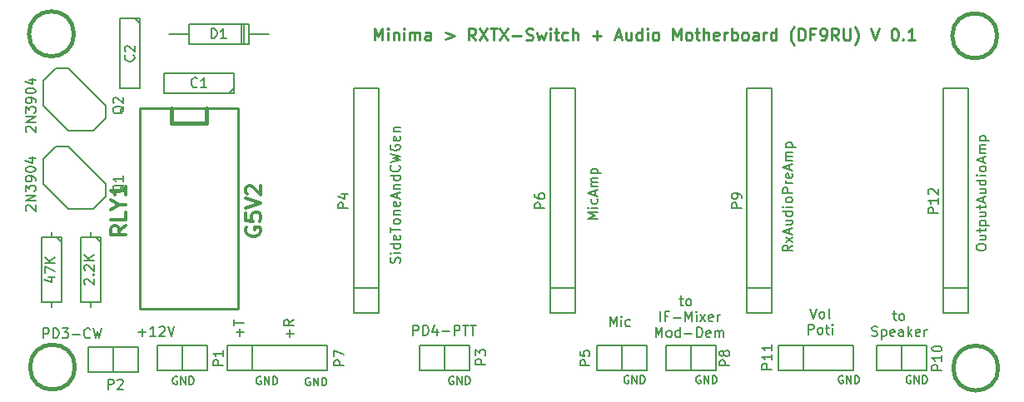
<source format=gto>
G04 #@! TF.FileFunction,Legend,Top*
%FSLAX45Y45*%
G04 Gerber Fmt 4.5, Leading zero omitted, Abs format (unit mm)*
G04 Created by KiCad (PCBNEW (2015-01-25 BZR 5388)-product) date Mo 03 Aug 2015 14:20:38 CEST*
%MOMM*%
G01*
G04 APERTURE LIST*
%ADD10C,0.150000*%
%ADD11C,0.200000*%
%ADD12C,0.250000*%
%ADD13C,0.381000*%
%ADD14C,0.248920*%
%ADD15C,0.304800*%
G04 APERTURE END LIST*
D10*
D11*
X21805238Y-8079524D02*
X21805238Y-8060476D01*
X21810000Y-8050952D01*
X21819524Y-8041429D01*
X21838571Y-8036667D01*
X21871905Y-8036667D01*
X21890952Y-8041429D01*
X21900476Y-8050952D01*
X21905238Y-8060476D01*
X21905238Y-8079524D01*
X21900476Y-8089048D01*
X21890952Y-8098571D01*
X21871905Y-8103333D01*
X21838571Y-8103333D01*
X21819524Y-8098571D01*
X21810000Y-8089048D01*
X21805238Y-8079524D01*
X21838571Y-7950952D02*
X21905238Y-7950952D01*
X21838571Y-7993810D02*
X21890952Y-7993810D01*
X21900476Y-7989048D01*
X21905238Y-7979524D01*
X21905238Y-7965238D01*
X21900476Y-7955714D01*
X21895714Y-7950952D01*
X21838571Y-7917619D02*
X21838571Y-7879524D01*
X21805238Y-7903333D02*
X21890952Y-7903333D01*
X21900476Y-7898571D01*
X21905238Y-7889048D01*
X21905238Y-7879524D01*
X21838571Y-7846190D02*
X21938571Y-7846190D01*
X21843333Y-7846190D02*
X21838571Y-7836667D01*
X21838571Y-7817619D01*
X21843333Y-7808095D01*
X21848095Y-7803333D01*
X21857619Y-7798571D01*
X21886191Y-7798571D01*
X21895714Y-7803333D01*
X21900476Y-7808095D01*
X21905238Y-7817619D01*
X21905238Y-7836667D01*
X21900476Y-7846190D01*
X21838571Y-7712857D02*
X21905238Y-7712857D01*
X21838571Y-7755714D02*
X21890952Y-7755714D01*
X21900476Y-7750952D01*
X21905238Y-7741429D01*
X21905238Y-7727143D01*
X21900476Y-7717619D01*
X21895714Y-7712857D01*
X21838571Y-7679524D02*
X21838571Y-7641429D01*
X21805238Y-7665238D02*
X21890952Y-7665238D01*
X21900476Y-7660476D01*
X21905238Y-7650952D01*
X21905238Y-7641429D01*
X21876667Y-7612857D02*
X21876667Y-7565238D01*
X21905238Y-7622381D02*
X21805238Y-7589048D01*
X21905238Y-7555714D01*
X21838571Y-7479524D02*
X21905238Y-7479524D01*
X21838571Y-7522381D02*
X21890952Y-7522381D01*
X21900476Y-7517619D01*
X21905238Y-7508095D01*
X21905238Y-7493809D01*
X21900476Y-7484286D01*
X21895714Y-7479524D01*
X21905238Y-7389047D02*
X21805238Y-7389047D01*
X21900476Y-7389047D02*
X21905238Y-7398571D01*
X21905238Y-7417619D01*
X21900476Y-7427143D01*
X21895714Y-7431905D01*
X21886191Y-7436667D01*
X21857619Y-7436667D01*
X21848095Y-7431905D01*
X21843333Y-7427143D01*
X21838571Y-7417619D01*
X21838571Y-7398571D01*
X21843333Y-7389047D01*
X21905238Y-7341428D02*
X21838571Y-7341428D01*
X21805238Y-7341428D02*
X21810000Y-7346190D01*
X21814762Y-7341428D01*
X21810000Y-7336667D01*
X21805238Y-7341428D01*
X21814762Y-7341428D01*
X21905238Y-7279524D02*
X21900476Y-7289048D01*
X21895714Y-7293809D01*
X21886191Y-7298571D01*
X21857619Y-7298571D01*
X21848095Y-7293809D01*
X21843333Y-7289048D01*
X21838571Y-7279524D01*
X21838571Y-7265238D01*
X21843333Y-7255714D01*
X21848095Y-7250952D01*
X21857619Y-7246190D01*
X21886191Y-7246190D01*
X21895714Y-7250952D01*
X21900476Y-7255714D01*
X21905238Y-7265238D01*
X21905238Y-7279524D01*
X21876667Y-7208095D02*
X21876667Y-7160476D01*
X21905238Y-7217619D02*
X21805238Y-7184286D01*
X21905238Y-7150952D01*
X21905238Y-7117619D02*
X21838571Y-7117619D01*
X21848095Y-7117619D02*
X21843333Y-7112857D01*
X21838571Y-7103333D01*
X21838571Y-7089047D01*
X21843333Y-7079524D01*
X21852857Y-7074762D01*
X21905238Y-7074762D01*
X21852857Y-7074762D02*
X21843333Y-7070000D01*
X21838571Y-7060476D01*
X21838571Y-7046190D01*
X21843333Y-7036667D01*
X21852857Y-7031905D01*
X21905238Y-7031905D01*
X21838571Y-6984286D02*
X21938571Y-6984286D01*
X21843333Y-6984286D02*
X21838571Y-6974762D01*
X21838571Y-6955714D01*
X21843333Y-6946190D01*
X21848095Y-6941428D01*
X21857619Y-6936667D01*
X21886191Y-6936667D01*
X21895714Y-6941428D01*
X21900476Y-6946190D01*
X21905238Y-6955714D01*
X21905238Y-6974762D01*
X21900476Y-6984286D01*
X19935238Y-8050476D02*
X19887619Y-8083810D01*
X19935238Y-8107619D02*
X19835238Y-8107619D01*
X19835238Y-8069524D01*
X19840000Y-8060000D01*
X19844762Y-8055238D01*
X19854286Y-8050476D01*
X19868571Y-8050476D01*
X19878095Y-8055238D01*
X19882857Y-8060000D01*
X19887619Y-8069524D01*
X19887619Y-8107619D01*
X19935238Y-8017143D02*
X19868571Y-7964762D01*
X19868571Y-8017143D02*
X19935238Y-7964762D01*
X19906667Y-7931429D02*
X19906667Y-7883809D01*
X19935238Y-7940952D02*
X19835238Y-7907619D01*
X19935238Y-7874286D01*
X19868571Y-7798095D02*
X19935238Y-7798095D01*
X19868571Y-7840952D02*
X19920952Y-7840952D01*
X19930476Y-7836190D01*
X19935238Y-7826667D01*
X19935238Y-7812381D01*
X19930476Y-7802857D01*
X19925714Y-7798095D01*
X19935238Y-7707619D02*
X19835238Y-7707619D01*
X19930476Y-7707619D02*
X19935238Y-7717143D01*
X19935238Y-7736190D01*
X19930476Y-7745714D01*
X19925714Y-7750476D01*
X19916191Y-7755238D01*
X19887619Y-7755238D01*
X19878095Y-7750476D01*
X19873333Y-7745714D01*
X19868571Y-7736190D01*
X19868571Y-7717143D01*
X19873333Y-7707619D01*
X19935238Y-7660000D02*
X19868571Y-7660000D01*
X19835238Y-7660000D02*
X19840000Y-7664762D01*
X19844762Y-7660000D01*
X19840000Y-7655238D01*
X19835238Y-7660000D01*
X19844762Y-7660000D01*
X19935238Y-7598095D02*
X19930476Y-7607619D01*
X19925714Y-7612381D01*
X19916191Y-7617143D01*
X19887619Y-7617143D01*
X19878095Y-7612381D01*
X19873333Y-7607619D01*
X19868571Y-7598095D01*
X19868571Y-7583809D01*
X19873333Y-7574286D01*
X19878095Y-7569524D01*
X19887619Y-7564762D01*
X19916191Y-7564762D01*
X19925714Y-7569524D01*
X19930476Y-7574286D01*
X19935238Y-7583809D01*
X19935238Y-7598095D01*
X19935238Y-7521905D02*
X19835238Y-7521905D01*
X19835238Y-7483809D01*
X19840000Y-7474286D01*
X19844762Y-7469524D01*
X19854286Y-7464762D01*
X19868571Y-7464762D01*
X19878095Y-7469524D01*
X19882857Y-7474286D01*
X19887619Y-7483809D01*
X19887619Y-7521905D01*
X19935238Y-7421905D02*
X19868571Y-7421905D01*
X19887619Y-7421905D02*
X19878095Y-7417143D01*
X19873333Y-7412381D01*
X19868571Y-7402857D01*
X19868571Y-7393333D01*
X19930476Y-7321905D02*
X19935238Y-7331428D01*
X19935238Y-7350476D01*
X19930476Y-7360000D01*
X19920952Y-7364762D01*
X19882857Y-7364762D01*
X19873333Y-7360000D01*
X19868571Y-7350476D01*
X19868571Y-7331428D01*
X19873333Y-7321905D01*
X19882857Y-7317143D01*
X19892381Y-7317143D01*
X19901905Y-7364762D01*
X19906667Y-7279048D02*
X19906667Y-7231428D01*
X19935238Y-7288571D02*
X19835238Y-7255238D01*
X19935238Y-7221905D01*
X19935238Y-7188571D02*
X19868571Y-7188571D01*
X19878095Y-7188571D02*
X19873333Y-7183809D01*
X19868571Y-7174286D01*
X19868571Y-7160000D01*
X19873333Y-7150476D01*
X19882857Y-7145714D01*
X19935238Y-7145714D01*
X19882857Y-7145714D02*
X19873333Y-7140952D01*
X19868571Y-7131428D01*
X19868571Y-7117143D01*
X19873333Y-7107619D01*
X19882857Y-7102857D01*
X19935238Y-7102857D01*
X19868571Y-7055238D02*
X19968571Y-7055238D01*
X19873333Y-7055238D02*
X19868571Y-7045714D01*
X19868571Y-7026667D01*
X19873333Y-7017143D01*
X19878095Y-7012381D01*
X19887619Y-7007619D01*
X19916191Y-7007619D01*
X19925714Y-7012381D01*
X19930476Y-7017143D01*
X19935238Y-7026667D01*
X19935238Y-7045714D01*
X19930476Y-7055238D01*
X17955238Y-7784762D02*
X17855238Y-7784762D01*
X17926667Y-7751428D01*
X17855238Y-7718095D01*
X17955238Y-7718095D01*
X17955238Y-7670476D02*
X17888571Y-7670476D01*
X17855238Y-7670476D02*
X17860000Y-7675238D01*
X17864762Y-7670476D01*
X17860000Y-7665714D01*
X17855238Y-7670476D01*
X17864762Y-7670476D01*
X17950476Y-7580000D02*
X17955238Y-7589524D01*
X17955238Y-7608571D01*
X17950476Y-7618095D01*
X17945714Y-7622857D01*
X17936191Y-7627619D01*
X17907619Y-7627619D01*
X17898095Y-7622857D01*
X17893333Y-7618095D01*
X17888571Y-7608571D01*
X17888571Y-7589524D01*
X17893333Y-7580000D01*
X17926667Y-7541905D02*
X17926667Y-7494286D01*
X17955238Y-7551429D02*
X17855238Y-7518095D01*
X17955238Y-7484762D01*
X17955238Y-7451429D02*
X17888571Y-7451429D01*
X17898095Y-7451429D02*
X17893333Y-7446667D01*
X17888571Y-7437143D01*
X17888571Y-7422857D01*
X17893333Y-7413333D01*
X17902857Y-7408571D01*
X17955238Y-7408571D01*
X17902857Y-7408571D02*
X17893333Y-7403809D01*
X17888571Y-7394286D01*
X17888571Y-7380000D01*
X17893333Y-7370476D01*
X17902857Y-7365714D01*
X17955238Y-7365714D01*
X17888571Y-7318095D02*
X17988571Y-7318095D01*
X17893333Y-7318095D02*
X17888571Y-7308571D01*
X17888571Y-7289524D01*
X17893333Y-7280000D01*
X17898095Y-7275238D01*
X17907619Y-7270476D01*
X17936191Y-7270476D01*
X17945714Y-7275238D01*
X17950476Y-7280000D01*
X17955238Y-7289524D01*
X17955238Y-7308571D01*
X17950476Y-7318095D01*
X15940476Y-8230476D02*
X15945238Y-8216190D01*
X15945238Y-8192381D01*
X15940476Y-8182857D01*
X15935714Y-8178095D01*
X15926190Y-8173333D01*
X15916667Y-8173333D01*
X15907143Y-8178095D01*
X15902381Y-8182857D01*
X15897619Y-8192381D01*
X15892857Y-8211429D01*
X15888095Y-8220952D01*
X15883333Y-8225714D01*
X15873809Y-8230476D01*
X15864286Y-8230476D01*
X15854762Y-8225714D01*
X15850000Y-8220952D01*
X15845238Y-8211429D01*
X15845238Y-8187619D01*
X15850000Y-8173333D01*
X15945238Y-8130476D02*
X15878571Y-8130476D01*
X15845238Y-8130476D02*
X15850000Y-8135238D01*
X15854762Y-8130476D01*
X15850000Y-8125714D01*
X15845238Y-8130476D01*
X15854762Y-8130476D01*
X15945238Y-8040000D02*
X15845238Y-8040000D01*
X15940476Y-8040000D02*
X15945238Y-8049524D01*
X15945238Y-8068571D01*
X15940476Y-8078095D01*
X15935714Y-8082857D01*
X15926190Y-8087619D01*
X15897619Y-8087619D01*
X15888095Y-8082857D01*
X15883333Y-8078095D01*
X15878571Y-8068571D01*
X15878571Y-8049524D01*
X15883333Y-8040000D01*
X15940476Y-7954286D02*
X15945238Y-7963809D01*
X15945238Y-7982857D01*
X15940476Y-7992381D01*
X15930952Y-7997143D01*
X15892857Y-7997143D01*
X15883333Y-7992381D01*
X15878571Y-7982857D01*
X15878571Y-7963809D01*
X15883333Y-7954286D01*
X15892857Y-7949524D01*
X15902381Y-7949524D01*
X15911905Y-7997143D01*
X15845238Y-7920952D02*
X15845238Y-7863809D01*
X15945238Y-7892381D02*
X15845238Y-7892381D01*
X15945238Y-7816190D02*
X15940476Y-7825714D01*
X15935714Y-7830476D01*
X15926190Y-7835238D01*
X15897619Y-7835238D01*
X15888095Y-7830476D01*
X15883333Y-7825714D01*
X15878571Y-7816190D01*
X15878571Y-7801905D01*
X15883333Y-7792381D01*
X15888095Y-7787619D01*
X15897619Y-7782857D01*
X15926190Y-7782857D01*
X15935714Y-7787619D01*
X15940476Y-7792381D01*
X15945238Y-7801905D01*
X15945238Y-7816190D01*
X15878571Y-7740000D02*
X15945238Y-7740000D01*
X15888095Y-7740000D02*
X15883333Y-7735238D01*
X15878571Y-7725714D01*
X15878571Y-7711428D01*
X15883333Y-7701905D01*
X15892857Y-7697143D01*
X15945238Y-7697143D01*
X15940476Y-7611428D02*
X15945238Y-7620952D01*
X15945238Y-7640000D01*
X15940476Y-7649524D01*
X15930952Y-7654286D01*
X15892857Y-7654286D01*
X15883333Y-7649524D01*
X15878571Y-7640000D01*
X15878571Y-7620952D01*
X15883333Y-7611428D01*
X15892857Y-7606667D01*
X15902381Y-7606667D01*
X15911905Y-7654286D01*
X15916667Y-7568571D02*
X15916667Y-7520952D01*
X15945238Y-7578095D02*
X15845238Y-7544762D01*
X15945238Y-7511428D01*
X15878571Y-7478095D02*
X15945238Y-7478095D01*
X15888095Y-7478095D02*
X15883333Y-7473333D01*
X15878571Y-7463809D01*
X15878571Y-7449524D01*
X15883333Y-7440000D01*
X15892857Y-7435238D01*
X15945238Y-7435238D01*
X15945238Y-7344762D02*
X15845238Y-7344762D01*
X15940476Y-7344762D02*
X15945238Y-7354286D01*
X15945238Y-7373333D01*
X15940476Y-7382857D01*
X15935714Y-7387619D01*
X15926190Y-7392381D01*
X15897619Y-7392381D01*
X15888095Y-7387619D01*
X15883333Y-7382857D01*
X15878571Y-7373333D01*
X15878571Y-7354286D01*
X15883333Y-7344762D01*
X15935714Y-7240000D02*
X15940476Y-7244762D01*
X15945238Y-7259047D01*
X15945238Y-7268571D01*
X15940476Y-7282857D01*
X15930952Y-7292381D01*
X15921429Y-7297143D01*
X15902381Y-7301905D01*
X15888095Y-7301905D01*
X15869048Y-7297143D01*
X15859524Y-7292381D01*
X15850000Y-7282857D01*
X15845238Y-7268571D01*
X15845238Y-7259047D01*
X15850000Y-7244762D01*
X15854762Y-7240000D01*
X15845238Y-7206667D02*
X15945238Y-7182857D01*
X15873809Y-7163809D01*
X15945238Y-7144762D01*
X15845238Y-7120952D01*
X15850000Y-7030476D02*
X15845238Y-7040000D01*
X15845238Y-7054286D01*
X15850000Y-7068571D01*
X15859524Y-7078095D01*
X15869048Y-7082857D01*
X15888095Y-7087619D01*
X15902381Y-7087619D01*
X15921429Y-7082857D01*
X15930952Y-7078095D01*
X15940476Y-7068571D01*
X15945238Y-7054286D01*
X15945238Y-7044762D01*
X15940476Y-7030476D01*
X15935714Y-7025714D01*
X15902381Y-7025714D01*
X15902381Y-7044762D01*
X15940476Y-6944762D02*
X15945238Y-6954286D01*
X15945238Y-6973333D01*
X15940476Y-6982857D01*
X15930952Y-6987619D01*
X15892857Y-6987619D01*
X15883333Y-6982857D01*
X15878571Y-6973333D01*
X15878571Y-6954286D01*
X15883333Y-6944762D01*
X15892857Y-6940000D01*
X15902381Y-6940000D01*
X15911905Y-6987619D01*
X15878571Y-6897143D02*
X15945238Y-6897143D01*
X15888095Y-6897143D02*
X15883333Y-6892381D01*
X15878571Y-6882857D01*
X15878571Y-6868571D01*
X15883333Y-6859047D01*
X15892857Y-6854286D01*
X15945238Y-6854286D01*
D12*
X15684286Y-5964286D02*
X15684286Y-5844286D01*
X15724286Y-5930000D01*
X15764286Y-5844286D01*
X15764286Y-5964286D01*
X15821429Y-5964286D02*
X15821429Y-5884286D01*
X15821429Y-5844286D02*
X15815714Y-5850000D01*
X15821429Y-5855714D01*
X15827143Y-5850000D01*
X15821429Y-5844286D01*
X15821429Y-5855714D01*
X15878572Y-5884286D02*
X15878572Y-5964286D01*
X15878572Y-5895714D02*
X15884286Y-5890000D01*
X15895714Y-5884286D01*
X15912857Y-5884286D01*
X15924286Y-5890000D01*
X15930000Y-5901429D01*
X15930000Y-5964286D01*
X15987143Y-5964286D02*
X15987143Y-5884286D01*
X15987143Y-5844286D02*
X15981429Y-5850000D01*
X15987143Y-5855714D01*
X15992857Y-5850000D01*
X15987143Y-5844286D01*
X15987143Y-5855714D01*
X16044286Y-5964286D02*
X16044286Y-5884286D01*
X16044286Y-5895714D02*
X16050000Y-5890000D01*
X16061429Y-5884286D01*
X16078572Y-5884286D01*
X16090000Y-5890000D01*
X16095714Y-5901429D01*
X16095714Y-5964286D01*
X16095714Y-5901429D02*
X16101429Y-5890000D01*
X16112857Y-5884286D01*
X16130000Y-5884286D01*
X16141429Y-5890000D01*
X16147143Y-5901429D01*
X16147143Y-5964286D01*
X16255714Y-5964286D02*
X16255714Y-5901429D01*
X16250000Y-5890000D01*
X16238572Y-5884286D01*
X16215714Y-5884286D01*
X16204286Y-5890000D01*
X16255714Y-5958571D02*
X16244286Y-5964286D01*
X16215714Y-5964286D01*
X16204286Y-5958571D01*
X16198572Y-5947143D01*
X16198572Y-5935714D01*
X16204286Y-5924286D01*
X16215714Y-5918571D01*
X16244286Y-5918571D01*
X16255714Y-5912857D01*
X16404286Y-5884286D02*
X16495714Y-5918571D01*
X16404286Y-5952857D01*
X16712857Y-5964286D02*
X16672857Y-5907143D01*
X16644286Y-5964286D02*
X16644286Y-5844286D01*
X16690000Y-5844286D01*
X16701429Y-5850000D01*
X16707143Y-5855714D01*
X16712857Y-5867143D01*
X16712857Y-5884286D01*
X16707143Y-5895714D01*
X16701429Y-5901429D01*
X16690000Y-5907143D01*
X16644286Y-5907143D01*
X16752857Y-5844286D02*
X16832857Y-5964286D01*
X16832857Y-5844286D02*
X16752857Y-5964286D01*
X16861429Y-5844286D02*
X16930000Y-5844286D01*
X16895715Y-5964286D02*
X16895715Y-5844286D01*
X16958572Y-5844286D02*
X17038572Y-5964286D01*
X17038572Y-5844286D02*
X16958572Y-5964286D01*
X17084286Y-5918571D02*
X17175715Y-5918571D01*
X17227143Y-5958571D02*
X17244286Y-5964286D01*
X17272857Y-5964286D01*
X17284286Y-5958571D01*
X17290000Y-5952857D01*
X17295715Y-5941429D01*
X17295715Y-5930000D01*
X17290000Y-5918571D01*
X17284286Y-5912857D01*
X17272857Y-5907143D01*
X17250000Y-5901429D01*
X17238572Y-5895714D01*
X17232857Y-5890000D01*
X17227143Y-5878571D01*
X17227143Y-5867143D01*
X17232857Y-5855714D01*
X17238572Y-5850000D01*
X17250000Y-5844286D01*
X17278572Y-5844286D01*
X17295715Y-5850000D01*
X17335715Y-5884286D02*
X17358572Y-5964286D01*
X17381429Y-5907143D01*
X17404286Y-5964286D01*
X17427143Y-5884286D01*
X17472857Y-5964286D02*
X17472857Y-5884286D01*
X17472857Y-5844286D02*
X17467143Y-5850000D01*
X17472857Y-5855714D01*
X17478572Y-5850000D01*
X17472857Y-5844286D01*
X17472857Y-5855714D01*
X17512857Y-5884286D02*
X17558572Y-5884286D01*
X17530000Y-5844286D02*
X17530000Y-5947143D01*
X17535715Y-5958571D01*
X17547143Y-5964286D01*
X17558572Y-5964286D01*
X17650000Y-5958571D02*
X17638572Y-5964286D01*
X17615715Y-5964286D01*
X17604286Y-5958571D01*
X17598572Y-5952857D01*
X17592857Y-5941429D01*
X17592857Y-5907143D01*
X17598572Y-5895714D01*
X17604286Y-5890000D01*
X17615715Y-5884286D01*
X17638572Y-5884286D01*
X17650000Y-5890000D01*
X17701429Y-5964286D02*
X17701429Y-5844286D01*
X17752857Y-5964286D02*
X17752857Y-5901429D01*
X17747143Y-5890000D01*
X17735714Y-5884286D01*
X17718572Y-5884286D01*
X17707143Y-5890000D01*
X17701429Y-5895714D01*
X17901429Y-5918571D02*
X17992857Y-5918571D01*
X17947143Y-5964286D02*
X17947143Y-5872857D01*
X18135714Y-5930000D02*
X18192857Y-5930000D01*
X18124286Y-5964286D02*
X18164286Y-5844286D01*
X18204286Y-5964286D01*
X18295714Y-5884286D02*
X18295714Y-5964286D01*
X18244286Y-5884286D02*
X18244286Y-5947143D01*
X18250000Y-5958571D01*
X18261429Y-5964286D01*
X18278572Y-5964286D01*
X18290000Y-5958571D01*
X18295714Y-5952857D01*
X18404286Y-5964286D02*
X18404286Y-5844286D01*
X18404286Y-5958571D02*
X18392857Y-5964286D01*
X18370000Y-5964286D01*
X18358572Y-5958571D01*
X18352857Y-5952857D01*
X18347143Y-5941429D01*
X18347143Y-5907143D01*
X18352857Y-5895714D01*
X18358572Y-5890000D01*
X18370000Y-5884286D01*
X18392857Y-5884286D01*
X18404286Y-5890000D01*
X18461429Y-5964286D02*
X18461429Y-5884286D01*
X18461429Y-5844286D02*
X18455714Y-5850000D01*
X18461429Y-5855714D01*
X18467143Y-5850000D01*
X18461429Y-5844286D01*
X18461429Y-5855714D01*
X18535714Y-5964286D02*
X18524286Y-5958571D01*
X18518572Y-5952857D01*
X18512857Y-5941429D01*
X18512857Y-5907143D01*
X18518572Y-5895714D01*
X18524286Y-5890000D01*
X18535714Y-5884286D01*
X18552857Y-5884286D01*
X18564286Y-5890000D01*
X18570000Y-5895714D01*
X18575714Y-5907143D01*
X18575714Y-5941429D01*
X18570000Y-5952857D01*
X18564286Y-5958571D01*
X18552857Y-5964286D01*
X18535714Y-5964286D01*
X18718572Y-5964286D02*
X18718572Y-5844286D01*
X18758572Y-5930000D01*
X18798572Y-5844286D01*
X18798572Y-5964286D01*
X18872857Y-5964286D02*
X18861429Y-5958571D01*
X18855714Y-5952857D01*
X18850000Y-5941429D01*
X18850000Y-5907143D01*
X18855714Y-5895714D01*
X18861429Y-5890000D01*
X18872857Y-5884286D01*
X18890000Y-5884286D01*
X18901429Y-5890000D01*
X18907143Y-5895714D01*
X18912857Y-5907143D01*
X18912857Y-5941429D01*
X18907143Y-5952857D01*
X18901429Y-5958571D01*
X18890000Y-5964286D01*
X18872857Y-5964286D01*
X18947143Y-5884286D02*
X18992857Y-5884286D01*
X18964286Y-5844286D02*
X18964286Y-5947143D01*
X18970000Y-5958571D01*
X18981429Y-5964286D01*
X18992857Y-5964286D01*
X19032857Y-5964286D02*
X19032857Y-5844286D01*
X19084286Y-5964286D02*
X19084286Y-5901429D01*
X19078572Y-5890000D01*
X19067143Y-5884286D01*
X19050000Y-5884286D01*
X19038572Y-5890000D01*
X19032857Y-5895714D01*
X19187143Y-5958571D02*
X19175714Y-5964286D01*
X19152857Y-5964286D01*
X19141429Y-5958571D01*
X19135714Y-5947143D01*
X19135714Y-5901429D01*
X19141429Y-5890000D01*
X19152857Y-5884286D01*
X19175714Y-5884286D01*
X19187143Y-5890000D01*
X19192857Y-5901429D01*
X19192857Y-5912857D01*
X19135714Y-5924286D01*
X19244286Y-5964286D02*
X19244286Y-5884286D01*
X19244286Y-5907143D02*
X19250000Y-5895714D01*
X19255714Y-5890000D01*
X19267143Y-5884286D01*
X19278571Y-5884286D01*
X19318571Y-5964286D02*
X19318571Y-5844286D01*
X19318571Y-5890000D02*
X19330000Y-5884286D01*
X19352857Y-5884286D01*
X19364286Y-5890000D01*
X19370000Y-5895714D01*
X19375714Y-5907143D01*
X19375714Y-5941429D01*
X19370000Y-5952857D01*
X19364286Y-5958571D01*
X19352857Y-5964286D01*
X19330000Y-5964286D01*
X19318571Y-5958571D01*
X19444286Y-5964286D02*
X19432857Y-5958571D01*
X19427143Y-5952857D01*
X19421429Y-5941429D01*
X19421429Y-5907143D01*
X19427143Y-5895714D01*
X19432857Y-5890000D01*
X19444286Y-5884286D01*
X19461429Y-5884286D01*
X19472857Y-5890000D01*
X19478571Y-5895714D01*
X19484286Y-5907143D01*
X19484286Y-5941429D01*
X19478571Y-5952857D01*
X19472857Y-5958571D01*
X19461429Y-5964286D01*
X19444286Y-5964286D01*
X19587143Y-5964286D02*
X19587143Y-5901429D01*
X19581429Y-5890000D01*
X19570000Y-5884286D01*
X19547143Y-5884286D01*
X19535714Y-5890000D01*
X19587143Y-5958571D02*
X19575714Y-5964286D01*
X19547143Y-5964286D01*
X19535714Y-5958571D01*
X19530000Y-5947143D01*
X19530000Y-5935714D01*
X19535714Y-5924286D01*
X19547143Y-5918571D01*
X19575714Y-5918571D01*
X19587143Y-5912857D01*
X19644286Y-5964286D02*
X19644286Y-5884286D01*
X19644286Y-5907143D02*
X19650000Y-5895714D01*
X19655714Y-5890000D01*
X19667143Y-5884286D01*
X19678571Y-5884286D01*
X19770000Y-5964286D02*
X19770000Y-5844286D01*
X19770000Y-5958571D02*
X19758571Y-5964286D01*
X19735714Y-5964286D01*
X19724286Y-5958571D01*
X19718571Y-5952857D01*
X19712857Y-5941429D01*
X19712857Y-5907143D01*
X19718571Y-5895714D01*
X19724286Y-5890000D01*
X19735714Y-5884286D01*
X19758571Y-5884286D01*
X19770000Y-5890000D01*
X19952857Y-6010000D02*
X19947143Y-6004286D01*
X19935714Y-5987143D01*
X19930000Y-5975714D01*
X19924286Y-5958571D01*
X19918571Y-5930000D01*
X19918571Y-5907143D01*
X19924286Y-5878571D01*
X19930000Y-5861429D01*
X19935714Y-5850000D01*
X19947143Y-5832857D01*
X19952857Y-5827143D01*
X19998571Y-5964286D02*
X19998571Y-5844286D01*
X20027143Y-5844286D01*
X20044286Y-5850000D01*
X20055714Y-5861429D01*
X20061429Y-5872857D01*
X20067143Y-5895714D01*
X20067143Y-5912857D01*
X20061429Y-5935714D01*
X20055714Y-5947143D01*
X20044286Y-5958571D01*
X20027143Y-5964286D01*
X19998571Y-5964286D01*
X20158571Y-5901429D02*
X20118571Y-5901429D01*
X20118571Y-5964286D02*
X20118571Y-5844286D01*
X20175714Y-5844286D01*
X20227143Y-5964286D02*
X20250000Y-5964286D01*
X20261428Y-5958571D01*
X20267143Y-5952857D01*
X20278571Y-5935714D01*
X20284286Y-5912857D01*
X20284286Y-5867143D01*
X20278571Y-5855714D01*
X20272857Y-5850000D01*
X20261428Y-5844286D01*
X20238571Y-5844286D01*
X20227143Y-5850000D01*
X20221428Y-5855714D01*
X20215714Y-5867143D01*
X20215714Y-5895714D01*
X20221428Y-5907143D01*
X20227143Y-5912857D01*
X20238571Y-5918571D01*
X20261428Y-5918571D01*
X20272857Y-5912857D01*
X20278571Y-5907143D01*
X20284286Y-5895714D01*
X20404286Y-5964286D02*
X20364286Y-5907143D01*
X20335714Y-5964286D02*
X20335714Y-5844286D01*
X20381428Y-5844286D01*
X20392857Y-5850000D01*
X20398571Y-5855714D01*
X20404286Y-5867143D01*
X20404286Y-5884286D01*
X20398571Y-5895714D01*
X20392857Y-5901429D01*
X20381428Y-5907143D01*
X20335714Y-5907143D01*
X20455714Y-5844286D02*
X20455714Y-5941429D01*
X20461428Y-5952857D01*
X20467143Y-5958571D01*
X20478571Y-5964286D01*
X20501428Y-5964286D01*
X20512857Y-5958571D01*
X20518571Y-5952857D01*
X20524286Y-5941429D01*
X20524286Y-5844286D01*
X20570000Y-6010000D02*
X20575714Y-6004286D01*
X20587143Y-5987143D01*
X20592857Y-5975714D01*
X20598571Y-5958571D01*
X20604286Y-5930000D01*
X20604286Y-5907143D01*
X20598571Y-5878571D01*
X20592857Y-5861429D01*
X20587143Y-5850000D01*
X20575714Y-5832857D01*
X20570000Y-5827143D01*
X20735714Y-5844286D02*
X20775714Y-5964286D01*
X20815714Y-5844286D01*
X20970000Y-5844286D02*
X20981428Y-5844286D01*
X20992857Y-5850000D01*
X20998571Y-5855714D01*
X21004286Y-5867143D01*
X21010000Y-5890000D01*
X21010000Y-5918571D01*
X21004286Y-5941429D01*
X20998571Y-5952857D01*
X20992857Y-5958571D01*
X20981428Y-5964286D01*
X20970000Y-5964286D01*
X20958571Y-5958571D01*
X20952857Y-5952857D01*
X20947143Y-5941429D01*
X20941428Y-5918571D01*
X20941428Y-5890000D01*
X20947143Y-5867143D01*
X20952857Y-5855714D01*
X20958571Y-5850000D01*
X20970000Y-5844286D01*
X21061428Y-5952857D02*
X21067143Y-5958571D01*
X21061428Y-5964286D01*
X21055714Y-5958571D01*
X21061428Y-5952857D01*
X21061428Y-5964286D01*
X21181429Y-5964286D02*
X21112857Y-5964286D01*
X21147143Y-5964286D02*
X21147143Y-5844286D01*
X21135714Y-5861429D01*
X21124286Y-5872857D01*
X21112857Y-5878571D01*
D10*
X13679048Y-9390000D02*
X13671429Y-9386191D01*
X13660000Y-9386191D01*
X13648571Y-9390000D01*
X13640952Y-9397619D01*
X13637143Y-9405238D01*
X13633333Y-9420476D01*
X13633333Y-9431905D01*
X13637143Y-9447143D01*
X13640952Y-9454762D01*
X13648571Y-9462381D01*
X13660000Y-9466191D01*
X13667619Y-9466191D01*
X13679048Y-9462381D01*
X13682857Y-9458571D01*
X13682857Y-9431905D01*
X13667619Y-9431905D01*
X13717143Y-9466191D02*
X13717143Y-9386191D01*
X13762857Y-9466191D01*
X13762857Y-9386191D01*
X13800952Y-9466191D02*
X13800952Y-9386191D01*
X13820000Y-9386191D01*
X13831429Y-9390000D01*
X13839048Y-9397619D01*
X13842857Y-9405238D01*
X13846667Y-9420476D01*
X13846667Y-9431905D01*
X13842857Y-9447143D01*
X13839048Y-9454762D01*
X13831429Y-9462381D01*
X13820000Y-9466191D01*
X13800952Y-9466191D01*
X14529048Y-9390000D02*
X14521429Y-9386191D01*
X14510000Y-9386191D01*
X14498571Y-9390000D01*
X14490952Y-9397619D01*
X14487143Y-9405238D01*
X14483333Y-9420476D01*
X14483333Y-9431905D01*
X14487143Y-9447143D01*
X14490952Y-9454762D01*
X14498571Y-9462381D01*
X14510000Y-9466191D01*
X14517619Y-9466191D01*
X14529048Y-9462381D01*
X14532857Y-9458571D01*
X14532857Y-9431905D01*
X14517619Y-9431905D01*
X14567143Y-9466191D02*
X14567143Y-9386191D01*
X14612857Y-9466191D01*
X14612857Y-9386191D01*
X14650952Y-9466191D02*
X14650952Y-9386191D01*
X14670000Y-9386191D01*
X14681429Y-9390000D01*
X14689048Y-9397619D01*
X14692857Y-9405238D01*
X14696667Y-9420476D01*
X14696667Y-9431905D01*
X14692857Y-9447143D01*
X14689048Y-9454762D01*
X14681429Y-9462381D01*
X14670000Y-9466191D01*
X14650952Y-9466191D01*
X15029048Y-9400000D02*
X15021429Y-9396191D01*
X15010000Y-9396191D01*
X14998571Y-9400000D01*
X14990952Y-9407619D01*
X14987143Y-9415238D01*
X14983333Y-9430476D01*
X14983333Y-9441905D01*
X14987143Y-9457143D01*
X14990952Y-9464762D01*
X14998571Y-9472381D01*
X15010000Y-9476191D01*
X15017619Y-9476191D01*
X15029048Y-9472381D01*
X15032857Y-9468571D01*
X15032857Y-9441905D01*
X15017619Y-9441905D01*
X15067143Y-9476191D02*
X15067143Y-9396191D01*
X15112857Y-9476191D01*
X15112857Y-9396191D01*
X15150952Y-9476191D02*
X15150952Y-9396191D01*
X15170000Y-9396191D01*
X15181429Y-9400000D01*
X15189048Y-9407619D01*
X15192857Y-9415238D01*
X15196667Y-9430476D01*
X15196667Y-9441905D01*
X15192857Y-9457143D01*
X15189048Y-9464762D01*
X15181429Y-9472381D01*
X15170000Y-9476191D01*
X15150952Y-9476191D01*
X16489048Y-9390000D02*
X16481429Y-9386191D01*
X16470000Y-9386191D01*
X16458571Y-9390000D01*
X16450952Y-9397619D01*
X16447143Y-9405238D01*
X16443333Y-9420476D01*
X16443333Y-9431905D01*
X16447143Y-9447143D01*
X16450952Y-9454762D01*
X16458571Y-9462381D01*
X16470000Y-9466191D01*
X16477619Y-9466191D01*
X16489048Y-9462381D01*
X16492857Y-9458571D01*
X16492857Y-9431905D01*
X16477619Y-9431905D01*
X16527143Y-9466191D02*
X16527143Y-9386191D01*
X16572857Y-9466191D01*
X16572857Y-9386191D01*
X16610952Y-9466191D02*
X16610952Y-9386191D01*
X16630000Y-9386191D01*
X16641429Y-9390000D01*
X16649048Y-9397619D01*
X16652857Y-9405238D01*
X16656667Y-9420476D01*
X16656667Y-9431905D01*
X16652857Y-9447143D01*
X16649048Y-9454762D01*
X16641429Y-9462381D01*
X16630000Y-9466191D01*
X16610952Y-9466191D01*
X18269048Y-9380000D02*
X18261429Y-9376191D01*
X18250000Y-9376191D01*
X18238572Y-9380000D01*
X18230952Y-9387619D01*
X18227143Y-9395238D01*
X18223333Y-9410476D01*
X18223333Y-9421905D01*
X18227143Y-9437143D01*
X18230952Y-9444762D01*
X18238572Y-9452381D01*
X18250000Y-9456191D01*
X18257619Y-9456191D01*
X18269048Y-9452381D01*
X18272857Y-9448571D01*
X18272857Y-9421905D01*
X18257619Y-9421905D01*
X18307143Y-9456191D02*
X18307143Y-9376191D01*
X18352857Y-9456191D01*
X18352857Y-9376191D01*
X18390952Y-9456191D02*
X18390952Y-9376191D01*
X18410000Y-9376191D01*
X18421429Y-9380000D01*
X18429048Y-9387619D01*
X18432857Y-9395238D01*
X18436667Y-9410476D01*
X18436667Y-9421905D01*
X18432857Y-9437143D01*
X18429048Y-9444762D01*
X18421429Y-9452381D01*
X18410000Y-9456191D01*
X18390952Y-9456191D01*
X18999048Y-9380000D02*
X18991429Y-9376191D01*
X18980000Y-9376191D01*
X18968572Y-9380000D01*
X18960952Y-9387619D01*
X18957143Y-9395238D01*
X18953333Y-9410476D01*
X18953333Y-9421905D01*
X18957143Y-9437143D01*
X18960952Y-9444762D01*
X18968572Y-9452381D01*
X18980000Y-9456191D01*
X18987619Y-9456191D01*
X18999048Y-9452381D01*
X19002857Y-9448571D01*
X19002857Y-9421905D01*
X18987619Y-9421905D01*
X19037143Y-9456191D02*
X19037143Y-9376191D01*
X19082857Y-9456191D01*
X19082857Y-9376191D01*
X19120952Y-9456191D02*
X19120952Y-9376191D01*
X19140000Y-9376191D01*
X19151429Y-9380000D01*
X19159048Y-9387619D01*
X19162857Y-9395238D01*
X19166667Y-9410476D01*
X19166667Y-9421905D01*
X19162857Y-9437143D01*
X19159048Y-9444762D01*
X19151429Y-9452381D01*
X19140000Y-9456191D01*
X19120952Y-9456191D01*
X21139048Y-9380000D02*
X21131429Y-9376191D01*
X21120000Y-9376191D01*
X21108572Y-9380000D01*
X21100952Y-9387619D01*
X21097143Y-9395238D01*
X21093333Y-9410476D01*
X21093333Y-9421905D01*
X21097143Y-9437143D01*
X21100952Y-9444762D01*
X21108572Y-9452381D01*
X21120000Y-9456191D01*
X21127619Y-9456191D01*
X21139048Y-9452381D01*
X21142857Y-9448571D01*
X21142857Y-9421905D01*
X21127619Y-9421905D01*
X21177143Y-9456191D02*
X21177143Y-9376191D01*
X21222857Y-9456191D01*
X21222857Y-9376191D01*
X21260952Y-9456191D02*
X21260952Y-9376191D01*
X21280000Y-9376191D01*
X21291429Y-9380000D01*
X21299048Y-9387619D01*
X21302857Y-9395238D01*
X21306667Y-9410476D01*
X21306667Y-9421905D01*
X21302857Y-9437143D01*
X21299048Y-9444762D01*
X21291429Y-9452381D01*
X21280000Y-9456191D01*
X21260952Y-9456191D01*
X20449048Y-9380000D02*
X20441429Y-9376191D01*
X20430000Y-9376191D01*
X20418572Y-9380000D01*
X20410952Y-9387619D01*
X20407143Y-9395238D01*
X20403333Y-9410476D01*
X20403333Y-9421905D01*
X20407143Y-9437143D01*
X20410952Y-9444762D01*
X20418572Y-9452381D01*
X20430000Y-9456191D01*
X20437619Y-9456191D01*
X20449048Y-9452381D01*
X20452857Y-9448571D01*
X20452857Y-9421905D01*
X20437619Y-9421905D01*
X20487143Y-9456191D02*
X20487143Y-9376191D01*
X20532857Y-9456191D01*
X20532857Y-9376191D01*
X20570952Y-9456191D02*
X20570952Y-9376191D01*
X20590000Y-9376191D01*
X20601429Y-9380000D01*
X20609048Y-9387619D01*
X20612857Y-9395238D01*
X20616667Y-9410476D01*
X20616667Y-9421905D01*
X20612857Y-9437143D01*
X20609048Y-9444762D01*
X20601429Y-9452381D01*
X20590000Y-9456191D01*
X20570952Y-9456191D01*
D11*
X14827143Y-8988095D02*
X14827143Y-8911905D01*
X14865238Y-8950000D02*
X14789048Y-8950000D01*
X14865238Y-8807143D02*
X14817619Y-8840476D01*
X14865238Y-8864286D02*
X14765238Y-8864286D01*
X14765238Y-8826190D01*
X14770000Y-8816667D01*
X14774762Y-8811905D01*
X14784286Y-8807143D01*
X14798571Y-8807143D01*
X14808095Y-8811905D01*
X14812857Y-8816667D01*
X14817619Y-8826190D01*
X14817619Y-8864286D01*
X14317143Y-8976191D02*
X14317143Y-8900000D01*
X14355238Y-8938095D02*
X14279048Y-8938095D01*
X14255238Y-8866667D02*
X14255238Y-8809524D01*
X14355238Y-8838095D02*
X14255238Y-8838095D01*
X13283809Y-8937143D02*
X13360000Y-8937143D01*
X13321905Y-8975238D02*
X13321905Y-8899048D01*
X13460000Y-8975238D02*
X13402857Y-8975238D01*
X13431428Y-8975238D02*
X13431428Y-8875238D01*
X13421905Y-8889524D01*
X13412381Y-8899048D01*
X13402857Y-8903810D01*
X13498095Y-8884762D02*
X13502857Y-8880000D01*
X13512381Y-8875238D01*
X13536190Y-8875238D01*
X13545714Y-8880000D01*
X13550476Y-8884762D01*
X13555238Y-8894286D01*
X13555238Y-8903810D01*
X13550476Y-8918095D01*
X13493333Y-8975238D01*
X13555238Y-8975238D01*
X13583809Y-8875238D02*
X13617143Y-8975238D01*
X13650476Y-8875238D01*
X12317143Y-8995238D02*
X12317143Y-8895238D01*
X12355238Y-8895238D01*
X12364762Y-8900000D01*
X12369524Y-8904762D01*
X12374286Y-8914286D01*
X12374286Y-8928571D01*
X12369524Y-8938095D01*
X12364762Y-8942857D01*
X12355238Y-8947619D01*
X12317143Y-8947619D01*
X12417143Y-8995238D02*
X12417143Y-8895238D01*
X12440952Y-8895238D01*
X12455238Y-8900000D01*
X12464762Y-8909524D01*
X12469524Y-8919048D01*
X12474286Y-8938095D01*
X12474286Y-8952381D01*
X12469524Y-8971429D01*
X12464762Y-8980952D01*
X12455238Y-8990476D01*
X12440952Y-8995238D01*
X12417143Y-8995238D01*
X12507619Y-8895238D02*
X12569524Y-8895238D01*
X12536190Y-8933333D01*
X12550476Y-8933333D01*
X12560000Y-8938095D01*
X12564762Y-8942857D01*
X12569524Y-8952381D01*
X12569524Y-8976191D01*
X12564762Y-8985714D01*
X12560000Y-8990476D01*
X12550476Y-8995238D01*
X12521905Y-8995238D01*
X12512381Y-8990476D01*
X12507619Y-8985714D01*
X12612381Y-8957143D02*
X12688571Y-8957143D01*
X12793333Y-8985714D02*
X12788571Y-8990476D01*
X12774286Y-8995238D01*
X12764762Y-8995238D01*
X12750476Y-8990476D01*
X12740952Y-8980952D01*
X12736190Y-8971429D01*
X12731429Y-8952381D01*
X12731429Y-8938095D01*
X12736190Y-8919048D01*
X12740952Y-8909524D01*
X12750476Y-8900000D01*
X12764762Y-8895238D01*
X12774286Y-8895238D01*
X12788571Y-8900000D01*
X12793333Y-8904762D01*
X12826667Y-8895238D02*
X12850476Y-8995238D01*
X12869524Y-8923810D01*
X12888571Y-8995238D01*
X12912381Y-8895238D01*
X16078095Y-8965238D02*
X16078095Y-8865238D01*
X16116190Y-8865238D01*
X16125714Y-8870000D01*
X16130476Y-8874762D01*
X16135238Y-8884286D01*
X16135238Y-8898571D01*
X16130476Y-8908095D01*
X16125714Y-8912857D01*
X16116190Y-8917619D01*
X16078095Y-8917619D01*
X16178095Y-8965238D02*
X16178095Y-8865238D01*
X16201905Y-8865238D01*
X16216190Y-8870000D01*
X16225714Y-8879524D01*
X16230476Y-8889048D01*
X16235238Y-8908095D01*
X16235238Y-8922381D01*
X16230476Y-8941429D01*
X16225714Y-8950952D01*
X16216190Y-8960476D01*
X16201905Y-8965238D01*
X16178095Y-8965238D01*
X16320952Y-8898571D02*
X16320952Y-8965238D01*
X16297143Y-8860476D02*
X16273333Y-8931905D01*
X16335238Y-8931905D01*
X16373333Y-8927143D02*
X16449524Y-8927143D01*
X16497143Y-8965238D02*
X16497143Y-8865238D01*
X16535238Y-8865238D01*
X16544762Y-8870000D01*
X16549524Y-8874762D01*
X16554286Y-8884286D01*
X16554286Y-8898571D01*
X16549524Y-8908095D01*
X16544762Y-8912857D01*
X16535238Y-8917619D01*
X16497143Y-8917619D01*
X16582857Y-8865238D02*
X16640000Y-8865238D01*
X16611428Y-8965238D02*
X16611428Y-8865238D01*
X16659048Y-8865238D02*
X16716190Y-8865238D01*
X16687619Y-8965238D02*
X16687619Y-8865238D01*
X18080000Y-8875238D02*
X18080000Y-8775238D01*
X18113333Y-8846667D01*
X18146667Y-8775238D01*
X18146667Y-8875238D01*
X18194286Y-8875238D02*
X18194286Y-8808571D01*
X18194286Y-8775238D02*
X18189524Y-8780000D01*
X18194286Y-8784762D01*
X18199048Y-8780000D01*
X18194286Y-8775238D01*
X18194286Y-8784762D01*
X18284762Y-8870476D02*
X18275238Y-8875238D01*
X18256190Y-8875238D01*
X18246667Y-8870476D01*
X18241905Y-8865714D01*
X18237143Y-8856191D01*
X18237143Y-8827619D01*
X18241905Y-8818095D01*
X18246667Y-8813333D01*
X18256190Y-8808571D01*
X18275238Y-8808571D01*
X18284762Y-8813333D01*
X18787619Y-8598571D02*
X18825714Y-8598571D01*
X18801905Y-8565238D02*
X18801905Y-8650952D01*
X18806667Y-8660476D01*
X18816190Y-8665238D01*
X18825714Y-8665238D01*
X18873333Y-8665238D02*
X18863810Y-8660476D01*
X18859048Y-8655714D01*
X18854286Y-8646191D01*
X18854286Y-8617619D01*
X18859048Y-8608095D01*
X18863810Y-8603333D01*
X18873333Y-8598571D01*
X18887619Y-8598571D01*
X18897143Y-8603333D01*
X18901905Y-8608095D01*
X18906667Y-8617619D01*
X18906667Y-8646191D01*
X18901905Y-8655714D01*
X18897143Y-8660476D01*
X18887619Y-8665238D01*
X18873333Y-8665238D01*
X18590000Y-8825238D02*
X18590000Y-8725238D01*
X18670952Y-8772857D02*
X18637619Y-8772857D01*
X18637619Y-8825238D02*
X18637619Y-8725238D01*
X18685238Y-8725238D01*
X18723333Y-8787143D02*
X18799524Y-8787143D01*
X18847143Y-8825238D02*
X18847143Y-8725238D01*
X18880476Y-8796667D01*
X18913810Y-8725238D01*
X18913810Y-8825238D01*
X18961429Y-8825238D02*
X18961429Y-8758571D01*
X18961429Y-8725238D02*
X18956667Y-8730000D01*
X18961429Y-8734762D01*
X18966190Y-8730000D01*
X18961429Y-8725238D01*
X18961429Y-8734762D01*
X18999524Y-8825238D02*
X19051905Y-8758571D01*
X18999524Y-8758571D02*
X19051905Y-8825238D01*
X19128095Y-8820476D02*
X19118571Y-8825238D01*
X19099524Y-8825238D01*
X19090000Y-8820476D01*
X19085238Y-8810952D01*
X19085238Y-8772857D01*
X19090000Y-8763333D01*
X19099524Y-8758571D01*
X19118571Y-8758571D01*
X19128095Y-8763333D01*
X19132857Y-8772857D01*
X19132857Y-8782381D01*
X19085238Y-8791905D01*
X19175714Y-8825238D02*
X19175714Y-8758571D01*
X19175714Y-8777619D02*
X19180476Y-8768095D01*
X19185238Y-8763333D01*
X19194762Y-8758571D01*
X19204286Y-8758571D01*
X18544762Y-8985238D02*
X18544762Y-8885238D01*
X18578095Y-8956667D01*
X18611429Y-8885238D01*
X18611429Y-8985238D01*
X18673333Y-8985238D02*
X18663810Y-8980476D01*
X18659048Y-8975714D01*
X18654286Y-8966191D01*
X18654286Y-8937619D01*
X18659048Y-8928095D01*
X18663810Y-8923333D01*
X18673333Y-8918571D01*
X18687619Y-8918571D01*
X18697143Y-8923333D01*
X18701905Y-8928095D01*
X18706667Y-8937619D01*
X18706667Y-8966191D01*
X18701905Y-8975714D01*
X18697143Y-8980476D01*
X18687619Y-8985238D01*
X18673333Y-8985238D01*
X18792381Y-8985238D02*
X18792381Y-8885238D01*
X18792381Y-8980476D02*
X18782857Y-8985238D01*
X18763810Y-8985238D01*
X18754286Y-8980476D01*
X18749524Y-8975714D01*
X18744762Y-8966191D01*
X18744762Y-8937619D01*
X18749524Y-8928095D01*
X18754286Y-8923333D01*
X18763810Y-8918571D01*
X18782857Y-8918571D01*
X18792381Y-8923333D01*
X18840000Y-8947143D02*
X18916191Y-8947143D01*
X18963810Y-8985238D02*
X18963810Y-8885238D01*
X18987619Y-8885238D01*
X19001905Y-8890000D01*
X19011429Y-8899524D01*
X19016191Y-8909048D01*
X19020952Y-8928095D01*
X19020952Y-8942381D01*
X19016191Y-8961429D01*
X19011429Y-8970952D01*
X19001905Y-8980476D01*
X18987619Y-8985238D01*
X18963810Y-8985238D01*
X19101905Y-8980476D02*
X19092381Y-8985238D01*
X19073333Y-8985238D01*
X19063810Y-8980476D01*
X19059048Y-8970952D01*
X19059048Y-8932857D01*
X19063810Y-8923333D01*
X19073333Y-8918571D01*
X19092381Y-8918571D01*
X19101905Y-8923333D01*
X19106667Y-8932857D01*
X19106667Y-8942381D01*
X19059048Y-8951905D01*
X19149524Y-8985238D02*
X19149524Y-8918571D01*
X19149524Y-8928095D02*
X19154286Y-8923333D01*
X19163810Y-8918571D01*
X19178095Y-8918571D01*
X19187619Y-8923333D01*
X19192381Y-8932857D01*
X19192381Y-8985238D01*
X19192381Y-8932857D02*
X19197143Y-8923333D01*
X19206667Y-8918571D01*
X19220952Y-8918571D01*
X19230476Y-8923333D01*
X19235238Y-8932857D01*
X19235238Y-8985238D01*
X20115238Y-8695238D02*
X20148571Y-8795238D01*
X20181905Y-8695238D01*
X20229524Y-8795238D02*
X20220000Y-8790476D01*
X20215238Y-8785714D01*
X20210476Y-8776191D01*
X20210476Y-8747619D01*
X20215238Y-8738095D01*
X20220000Y-8733333D01*
X20229524Y-8728571D01*
X20243810Y-8728571D01*
X20253333Y-8733333D01*
X20258095Y-8738095D01*
X20262857Y-8747619D01*
X20262857Y-8776191D01*
X20258095Y-8785714D01*
X20253333Y-8790476D01*
X20243810Y-8795238D01*
X20229524Y-8795238D01*
X20320000Y-8795238D02*
X20310476Y-8790476D01*
X20305714Y-8780952D01*
X20305714Y-8695238D01*
X20096191Y-8955238D02*
X20096191Y-8855238D01*
X20134286Y-8855238D01*
X20143810Y-8860000D01*
X20148572Y-8864762D01*
X20153333Y-8874286D01*
X20153333Y-8888571D01*
X20148572Y-8898095D01*
X20143810Y-8902857D01*
X20134286Y-8907619D01*
X20096191Y-8907619D01*
X20210476Y-8955238D02*
X20200952Y-8950476D01*
X20196191Y-8945714D01*
X20191429Y-8936191D01*
X20191429Y-8907619D01*
X20196191Y-8898095D01*
X20200952Y-8893333D01*
X20210476Y-8888571D01*
X20224762Y-8888571D01*
X20234286Y-8893333D01*
X20239048Y-8898095D01*
X20243810Y-8907619D01*
X20243810Y-8936191D01*
X20239048Y-8945714D01*
X20234286Y-8950476D01*
X20224762Y-8955238D01*
X20210476Y-8955238D01*
X20272381Y-8888571D02*
X20310476Y-8888571D01*
X20286667Y-8855238D02*
X20286667Y-8940952D01*
X20291429Y-8950476D01*
X20300952Y-8955238D01*
X20310476Y-8955238D01*
X20343810Y-8955238D02*
X20343810Y-8888571D01*
X20343810Y-8855238D02*
X20339048Y-8860000D01*
X20343810Y-8864762D01*
X20348572Y-8860000D01*
X20343810Y-8855238D01*
X20343810Y-8864762D01*
X20955714Y-8748571D02*
X20993810Y-8748571D01*
X20970000Y-8715238D02*
X20970000Y-8800952D01*
X20974762Y-8810476D01*
X20984286Y-8815238D01*
X20993810Y-8815238D01*
X21041429Y-8815238D02*
X21031905Y-8810476D01*
X21027143Y-8805714D01*
X21022381Y-8796191D01*
X21022381Y-8767619D01*
X21027143Y-8758095D01*
X21031905Y-8753333D01*
X21041429Y-8748571D01*
X21055714Y-8748571D01*
X21065238Y-8753333D01*
X21070000Y-8758095D01*
X21074762Y-8767619D01*
X21074762Y-8796191D01*
X21070000Y-8805714D01*
X21065238Y-8810476D01*
X21055714Y-8815238D01*
X21041429Y-8815238D01*
X20743810Y-8970476D02*
X20758095Y-8975238D01*
X20781905Y-8975238D01*
X20791429Y-8970476D01*
X20796191Y-8965714D01*
X20800952Y-8956191D01*
X20800952Y-8946667D01*
X20796191Y-8937143D01*
X20791429Y-8932381D01*
X20781905Y-8927619D01*
X20762857Y-8922857D01*
X20753333Y-8918095D01*
X20748571Y-8913333D01*
X20743810Y-8903810D01*
X20743810Y-8894286D01*
X20748571Y-8884762D01*
X20753333Y-8880000D01*
X20762857Y-8875238D01*
X20786667Y-8875238D01*
X20800952Y-8880000D01*
X20843810Y-8908571D02*
X20843810Y-9008571D01*
X20843810Y-8913333D02*
X20853333Y-8908571D01*
X20872381Y-8908571D01*
X20881905Y-8913333D01*
X20886667Y-8918095D01*
X20891429Y-8927619D01*
X20891429Y-8956191D01*
X20886667Y-8965714D01*
X20881905Y-8970476D01*
X20872381Y-8975238D01*
X20853333Y-8975238D01*
X20843810Y-8970476D01*
X20972381Y-8970476D02*
X20962857Y-8975238D01*
X20943810Y-8975238D01*
X20934286Y-8970476D01*
X20929524Y-8960952D01*
X20929524Y-8922857D01*
X20934286Y-8913333D01*
X20943810Y-8908571D01*
X20962857Y-8908571D01*
X20972381Y-8913333D01*
X20977143Y-8922857D01*
X20977143Y-8932381D01*
X20929524Y-8941905D01*
X21062857Y-8975238D02*
X21062857Y-8922857D01*
X21058095Y-8913333D01*
X21048572Y-8908571D01*
X21029524Y-8908571D01*
X21020000Y-8913333D01*
X21062857Y-8970476D02*
X21053333Y-8975238D01*
X21029524Y-8975238D01*
X21020000Y-8970476D01*
X21015238Y-8960952D01*
X21015238Y-8951429D01*
X21020000Y-8941905D01*
X21029524Y-8937143D01*
X21053333Y-8937143D01*
X21062857Y-8932381D01*
X21110476Y-8975238D02*
X21110476Y-8875238D01*
X21120000Y-8937143D02*
X21148572Y-8975238D01*
X21148572Y-8908571D02*
X21110476Y-8946667D01*
X21229524Y-8970476D02*
X21220000Y-8975238D01*
X21200952Y-8975238D01*
X21191429Y-8970476D01*
X21186667Y-8960952D01*
X21186667Y-8922857D01*
X21191429Y-8913333D01*
X21200952Y-8908571D01*
X21220000Y-8908571D01*
X21229524Y-8913333D01*
X21234286Y-8922857D01*
X21234286Y-8932381D01*
X21186667Y-8941905D01*
X21277143Y-8975238D02*
X21277143Y-8908571D01*
X21277143Y-8927619D02*
X21281905Y-8918095D01*
X21286667Y-8913333D01*
X21296191Y-8908571D01*
X21305714Y-8908571D01*
D10*
X21050000Y-9073000D02*
X21050000Y-9327000D01*
X20796000Y-9073000D02*
X20796000Y-9327000D01*
X20796000Y-9327000D02*
X21050000Y-9327000D01*
X21050000Y-9327000D02*
X21304000Y-9327000D01*
X21304000Y-9327000D02*
X21304000Y-9073000D01*
X21304000Y-9073000D02*
X20796000Y-9073000D01*
X18900000Y-9073000D02*
X18900000Y-9327000D01*
X18646000Y-9073000D02*
X18646000Y-9327000D01*
X18646000Y-9327000D02*
X18900000Y-9327000D01*
X18900000Y-9327000D02*
X19154000Y-9327000D01*
X19154000Y-9327000D02*
X19154000Y-9073000D01*
X19154000Y-9073000D02*
X18646000Y-9073000D01*
X18200000Y-9073000D02*
X18200000Y-9327000D01*
X17946000Y-9073000D02*
X17946000Y-9327000D01*
X17946000Y-9327000D02*
X18200000Y-9327000D01*
X18200000Y-9327000D02*
X18454000Y-9327000D01*
X18454000Y-9327000D02*
X18454000Y-9073000D01*
X18454000Y-9073000D02*
X17946000Y-9073000D01*
X16400000Y-9073000D02*
X16400000Y-9327000D01*
X16146000Y-9073000D02*
X16146000Y-9327000D01*
X16146000Y-9327000D02*
X16400000Y-9327000D01*
X16400000Y-9327000D02*
X16654000Y-9327000D01*
X16654000Y-9327000D02*
X16654000Y-9073000D01*
X16654000Y-9073000D02*
X16146000Y-9073000D01*
X13730000Y-9073000D02*
X13730000Y-9327000D01*
X13476000Y-9073000D02*
X13476000Y-9327000D01*
X13476000Y-9327000D02*
X13730000Y-9327000D01*
X13730000Y-9327000D02*
X13984000Y-9327000D01*
X13984000Y-9327000D02*
X13984000Y-9073000D01*
X13984000Y-9073000D02*
X13476000Y-9073000D01*
X13030000Y-9083000D02*
X13030000Y-9337000D01*
X12776000Y-9083000D02*
X12776000Y-9337000D01*
X12776000Y-9337000D02*
X13030000Y-9337000D01*
X13030000Y-9337000D02*
X13284000Y-9337000D01*
X13284000Y-9337000D02*
X13284000Y-9083000D01*
X13284000Y-9083000D02*
X12776000Y-9083000D01*
D13*
X22018600Y-5920000D02*
G75*
G03X22018600Y-5920000I-228600J0D01*
G01*
X12638600Y-9290000D02*
G75*
G03X12638600Y-9290000I-228600J0D01*
G01*
X22028600Y-9300000D02*
G75*
G03X22028600Y-9300000I-228600J0D01*
G01*
X12628600Y-5900000D02*
G75*
G03X12628600Y-5900000I-228600J0D01*
G01*
D10*
X14255600Y-6501600D02*
X13544400Y-6501600D01*
X13544400Y-6501600D02*
X13544400Y-6298400D01*
X13544400Y-6298400D02*
X14255600Y-6298400D01*
X14255600Y-6298400D02*
X14255600Y-6501600D01*
X14255600Y-6450800D02*
X14204800Y-6501600D01*
X13301600Y-5744400D02*
X13301600Y-6455600D01*
X13301600Y-6455600D02*
X13098400Y-6455600D01*
X13098400Y-6455600D02*
X13098400Y-5744400D01*
X13098400Y-5744400D02*
X13301600Y-5744400D01*
X13250800Y-5744400D02*
X13301600Y-5795200D01*
X13719000Y-5900000D02*
X13592000Y-5900000D01*
X14481000Y-5900000D02*
X14608000Y-5900000D01*
X14481000Y-5900000D02*
X14404800Y-5900000D01*
X14404800Y-5900000D02*
X14404800Y-5798400D01*
X14404800Y-5798400D02*
X13795200Y-5798400D01*
X13795200Y-5798400D02*
X13795200Y-5900000D01*
X13795200Y-5900000D02*
X13719000Y-5900000D01*
X13795200Y-5900000D02*
X13795200Y-6001600D01*
X13795200Y-6001600D02*
X14404800Y-6001600D01*
X14404800Y-6001600D02*
X14404800Y-5900000D01*
X14354000Y-5798400D02*
X14354000Y-6001600D01*
X14328600Y-6001600D02*
X14328600Y-5798400D01*
X15473000Y-8489000D02*
X15473000Y-6457000D01*
X15473000Y-6457000D02*
X15727000Y-6457000D01*
X15727000Y-6457000D02*
X15727000Y-8489000D01*
X15473000Y-8743000D02*
X15473000Y-8489000D01*
X15473000Y-8489000D02*
X15727000Y-8489000D01*
X15473000Y-8743000D02*
X15727000Y-8743000D01*
X15727000Y-8743000D02*
X15727000Y-8489000D01*
X17473000Y-8489000D02*
X17473000Y-6457000D01*
X17473000Y-6457000D02*
X17727000Y-6457000D01*
X17727000Y-6457000D02*
X17727000Y-8489000D01*
X17473000Y-8743000D02*
X17473000Y-8489000D01*
X17473000Y-8489000D02*
X17727000Y-8489000D01*
X17473000Y-8743000D02*
X17727000Y-8743000D01*
X17727000Y-8743000D02*
X17727000Y-8489000D01*
X14446000Y-9327000D02*
X15208000Y-9327000D01*
X14446000Y-9073000D02*
X15208000Y-9073000D01*
X14192000Y-9073000D02*
X14446000Y-9073000D01*
X15208000Y-9327000D02*
X15208000Y-9073000D01*
X14446000Y-9073000D02*
X14446000Y-9327000D01*
X14192000Y-9073000D02*
X14192000Y-9327000D01*
X14192000Y-9327000D02*
X14446000Y-9327000D01*
X19473000Y-8489000D02*
X19473000Y-6457000D01*
X19473000Y-6457000D02*
X19727000Y-6457000D01*
X19727000Y-6457000D02*
X19727000Y-8489000D01*
X19473000Y-8743000D02*
X19473000Y-8489000D01*
X19473000Y-8489000D02*
X19727000Y-8489000D01*
X19473000Y-8743000D02*
X19727000Y-8743000D01*
X19727000Y-8743000D02*
X19727000Y-8489000D01*
X21473000Y-8489000D02*
X21473000Y-6457000D01*
X21473000Y-6457000D02*
X21727000Y-6457000D01*
X21727000Y-6457000D02*
X21727000Y-8489000D01*
X21473000Y-8743000D02*
X21473000Y-8489000D01*
X21473000Y-8489000D02*
X21727000Y-8489000D01*
X21473000Y-8743000D02*
X21727000Y-8743000D01*
X21727000Y-8743000D02*
X21727000Y-8489000D01*
X12954000Y-7427000D02*
X12573000Y-7046000D01*
X12573000Y-7046000D02*
X12446000Y-7046000D01*
X12446000Y-7046000D02*
X12319000Y-7173000D01*
X12319000Y-7173000D02*
X12319000Y-7427000D01*
X12319000Y-7427000D02*
X12573000Y-7681000D01*
X12573000Y-7681000D02*
X12827000Y-7681000D01*
X12827000Y-7681000D02*
X12954000Y-7554000D01*
X12954000Y-7554000D02*
X12954000Y-7427000D01*
X12954000Y-6627000D02*
X12573000Y-6246000D01*
X12573000Y-6246000D02*
X12446000Y-6246000D01*
X12446000Y-6246000D02*
X12319000Y-6373000D01*
X12319000Y-6373000D02*
X12319000Y-6627000D01*
X12319000Y-6627000D02*
X12573000Y-6881000D01*
X12573000Y-6881000D02*
X12827000Y-6881000D01*
X12827000Y-6881000D02*
X12954000Y-6754000D01*
X12954000Y-6754000D02*
X12954000Y-6627000D01*
X12400000Y-7919000D02*
X12400000Y-7969800D01*
X12400000Y-8681000D02*
X12400000Y-8630200D01*
X12400000Y-8630200D02*
X12501600Y-8630200D01*
X12501600Y-8630200D02*
X12501600Y-7969800D01*
X12501600Y-7969800D02*
X12298400Y-7969800D01*
X12298400Y-7969800D02*
X12298400Y-8630200D01*
X12298400Y-8630200D02*
X12400000Y-8630200D01*
X12450800Y-7969800D02*
X12501600Y-8020600D01*
X12800000Y-7919000D02*
X12800000Y-7969800D01*
X12800000Y-8681000D02*
X12800000Y-8630200D01*
X12800000Y-8630200D02*
X12901600Y-8630200D01*
X12901600Y-8630200D02*
X12901600Y-7969800D01*
X12901600Y-7969800D02*
X12698400Y-7969800D01*
X12698400Y-7969800D02*
X12698400Y-8630200D01*
X12698400Y-8630200D02*
X12800000Y-8630200D01*
X12850800Y-7969800D02*
X12901600Y-8020600D01*
D13*
X13977800Y-6658600D02*
X13977800Y-6811000D01*
X13977800Y-6811000D02*
X13622200Y-6811000D01*
X13622200Y-6811000D02*
X13622200Y-6658600D01*
D14*
X14301650Y-8696950D02*
X14301650Y-6652250D01*
X13298350Y-8696950D02*
X13298350Y-6652250D01*
X13298350Y-6652250D02*
X14301650Y-6652250D01*
X13298350Y-8696950D02*
X13298350Y-6652250D01*
X14301650Y-8696950D02*
X14301650Y-6652250D01*
X13298350Y-8696950D02*
X14301650Y-8696950D01*
D10*
X20043000Y-9327000D02*
X20551000Y-9327000D01*
X20551000Y-9327000D02*
X20551000Y-9073000D01*
X20551000Y-9073000D02*
X20043000Y-9073000D01*
X19789000Y-9073000D02*
X20043000Y-9073000D01*
X20043000Y-9073000D02*
X20043000Y-9327000D01*
X19789000Y-9073000D02*
X19789000Y-9327000D01*
X19789000Y-9327000D02*
X20043000Y-9327000D01*
X21455238Y-9321429D02*
X21355238Y-9321429D01*
X21355238Y-9283333D01*
X21360000Y-9273810D01*
X21364762Y-9269048D01*
X21374286Y-9264286D01*
X21388571Y-9264286D01*
X21398095Y-9269048D01*
X21402857Y-9273810D01*
X21407619Y-9283333D01*
X21407619Y-9321429D01*
X21455238Y-9169048D02*
X21455238Y-9226191D01*
X21455238Y-9197619D02*
X21355238Y-9197619D01*
X21369524Y-9207143D01*
X21379048Y-9216667D01*
X21383810Y-9226191D01*
X21355238Y-9107143D02*
X21355238Y-9097619D01*
X21360000Y-9088095D01*
X21364762Y-9083333D01*
X21374286Y-9078571D01*
X21393333Y-9073810D01*
X21417143Y-9073810D01*
X21436191Y-9078571D01*
X21445714Y-9083333D01*
X21450476Y-9088095D01*
X21455238Y-9097619D01*
X21455238Y-9107143D01*
X21450476Y-9116667D01*
X21445714Y-9121429D01*
X21436191Y-9126191D01*
X21417143Y-9130952D01*
X21393333Y-9130952D01*
X21374286Y-9126191D01*
X21364762Y-9121429D01*
X21360000Y-9116667D01*
X21355238Y-9107143D01*
X19295238Y-9273810D02*
X19195238Y-9273810D01*
X19195238Y-9235714D01*
X19200000Y-9226190D01*
X19204762Y-9221429D01*
X19214286Y-9216667D01*
X19228571Y-9216667D01*
X19238095Y-9221429D01*
X19242857Y-9226190D01*
X19247619Y-9235714D01*
X19247619Y-9273810D01*
X19238095Y-9159524D02*
X19233333Y-9169048D01*
X19228571Y-9173810D01*
X19219048Y-9178571D01*
X19214286Y-9178571D01*
X19204762Y-9173810D01*
X19200000Y-9169048D01*
X19195238Y-9159524D01*
X19195238Y-9140476D01*
X19200000Y-9130952D01*
X19204762Y-9126190D01*
X19214286Y-9121429D01*
X19219048Y-9121429D01*
X19228571Y-9126190D01*
X19233333Y-9130952D01*
X19238095Y-9140476D01*
X19238095Y-9159524D01*
X19242857Y-9169048D01*
X19247619Y-9173810D01*
X19257143Y-9178571D01*
X19276191Y-9178571D01*
X19285714Y-9173810D01*
X19290476Y-9169048D01*
X19295238Y-9159524D01*
X19295238Y-9140476D01*
X19290476Y-9130952D01*
X19285714Y-9126190D01*
X19276191Y-9121429D01*
X19257143Y-9121429D01*
X19247619Y-9126190D01*
X19242857Y-9130952D01*
X19238095Y-9140476D01*
X17875238Y-9273810D02*
X17775238Y-9273810D01*
X17775238Y-9235714D01*
X17780000Y-9226190D01*
X17784762Y-9221429D01*
X17794286Y-9216667D01*
X17808571Y-9216667D01*
X17818095Y-9221429D01*
X17822857Y-9226190D01*
X17827619Y-9235714D01*
X17827619Y-9273810D01*
X17775238Y-9126190D02*
X17775238Y-9173810D01*
X17822857Y-9178571D01*
X17818095Y-9173810D01*
X17813333Y-9164286D01*
X17813333Y-9140476D01*
X17818095Y-9130952D01*
X17822857Y-9126190D01*
X17832381Y-9121429D01*
X17856191Y-9121429D01*
X17865714Y-9126190D01*
X17870476Y-9130952D01*
X17875238Y-9140476D01*
X17875238Y-9164286D01*
X17870476Y-9173810D01*
X17865714Y-9178571D01*
X16815238Y-9263810D02*
X16715238Y-9263810D01*
X16715238Y-9225714D01*
X16720000Y-9216190D01*
X16724762Y-9211429D01*
X16734286Y-9206667D01*
X16748571Y-9206667D01*
X16758095Y-9211429D01*
X16762857Y-9216190D01*
X16767619Y-9225714D01*
X16767619Y-9263810D01*
X16715238Y-9173333D02*
X16715238Y-9111429D01*
X16753333Y-9144762D01*
X16753333Y-9130476D01*
X16758095Y-9120952D01*
X16762857Y-9116190D01*
X16772381Y-9111429D01*
X16796191Y-9111429D01*
X16805714Y-9116190D01*
X16810476Y-9120952D01*
X16815238Y-9130476D01*
X16815238Y-9159048D01*
X16810476Y-9168571D01*
X16805714Y-9173333D01*
X14145238Y-9273810D02*
X14045238Y-9273810D01*
X14045238Y-9235714D01*
X14050000Y-9226190D01*
X14054762Y-9221429D01*
X14064286Y-9216667D01*
X14078571Y-9216667D01*
X14088095Y-9221429D01*
X14092857Y-9226190D01*
X14097619Y-9235714D01*
X14097619Y-9273810D01*
X14145238Y-9121429D02*
X14145238Y-9178571D01*
X14145238Y-9150000D02*
X14045238Y-9150000D01*
X14059524Y-9159524D01*
X14069048Y-9169048D01*
X14073809Y-9178571D01*
X12976190Y-9515238D02*
X12976190Y-9415238D01*
X13014286Y-9415238D01*
X13023810Y-9420000D01*
X13028571Y-9424762D01*
X13033333Y-9434286D01*
X13033333Y-9448571D01*
X13028571Y-9458095D01*
X13023810Y-9462857D01*
X13014286Y-9467619D01*
X12976190Y-9467619D01*
X13071429Y-9424762D02*
X13076190Y-9420000D01*
X13085714Y-9415238D01*
X13109524Y-9415238D01*
X13119048Y-9420000D01*
X13123810Y-9424762D01*
X13128571Y-9434286D01*
X13128571Y-9443810D01*
X13123810Y-9458095D01*
X13066667Y-9515238D01*
X13128571Y-9515238D01*
X13883333Y-6435714D02*
X13878571Y-6440476D01*
X13864286Y-6445238D01*
X13854762Y-6445238D01*
X13840476Y-6440476D01*
X13830952Y-6430952D01*
X13826190Y-6421429D01*
X13821429Y-6402381D01*
X13821429Y-6388095D01*
X13826190Y-6369048D01*
X13830952Y-6359524D01*
X13840476Y-6350000D01*
X13854762Y-6345238D01*
X13864286Y-6345238D01*
X13878571Y-6350000D01*
X13883333Y-6354762D01*
X13978571Y-6445238D02*
X13921429Y-6445238D01*
X13950000Y-6445238D02*
X13950000Y-6345238D01*
X13940476Y-6359524D01*
X13930952Y-6369048D01*
X13921429Y-6373809D01*
X13235714Y-6116667D02*
X13240476Y-6121428D01*
X13245238Y-6135714D01*
X13245238Y-6145238D01*
X13240476Y-6159524D01*
X13230952Y-6169048D01*
X13221429Y-6173809D01*
X13202381Y-6178571D01*
X13188095Y-6178571D01*
X13169048Y-6173809D01*
X13159524Y-6169048D01*
X13150000Y-6159524D01*
X13145238Y-6145238D01*
X13145238Y-6135714D01*
X13150000Y-6121428D01*
X13154762Y-6116667D01*
X13154762Y-6078571D02*
X13150000Y-6073809D01*
X13145238Y-6064286D01*
X13145238Y-6040476D01*
X13150000Y-6030952D01*
X13154762Y-6026190D01*
X13164286Y-6021428D01*
X13173809Y-6021428D01*
X13188095Y-6026190D01*
X13245238Y-6083333D01*
X13245238Y-6021428D01*
X14026190Y-5945238D02*
X14026190Y-5845238D01*
X14050000Y-5845238D01*
X14064286Y-5850000D01*
X14073810Y-5859524D01*
X14078571Y-5869048D01*
X14083333Y-5888095D01*
X14083333Y-5902381D01*
X14078571Y-5921429D01*
X14073810Y-5930952D01*
X14064286Y-5940476D01*
X14050000Y-5945238D01*
X14026190Y-5945238D01*
X14178571Y-5945238D02*
X14121429Y-5945238D01*
X14150000Y-5945238D02*
X14150000Y-5845238D01*
X14140476Y-5859524D01*
X14130952Y-5869048D01*
X14121429Y-5873809D01*
X15416638Y-7673809D02*
X15316638Y-7673809D01*
X15316638Y-7635714D01*
X15321400Y-7626190D01*
X15326162Y-7621428D01*
X15335686Y-7616667D01*
X15349971Y-7616667D01*
X15359495Y-7621428D01*
X15364257Y-7626190D01*
X15369019Y-7635714D01*
X15369019Y-7673809D01*
X15349971Y-7530952D02*
X15416638Y-7530952D01*
X15311876Y-7554762D02*
X15383305Y-7578571D01*
X15383305Y-7516667D01*
X17416638Y-7673809D02*
X17316638Y-7673809D01*
X17316638Y-7635714D01*
X17321400Y-7626190D01*
X17326162Y-7621428D01*
X17335686Y-7616667D01*
X17349971Y-7616667D01*
X17359495Y-7621428D01*
X17364257Y-7626190D01*
X17369019Y-7635714D01*
X17369019Y-7673809D01*
X17316638Y-7530952D02*
X17316638Y-7550000D01*
X17321400Y-7559524D01*
X17326162Y-7564286D01*
X17340448Y-7573809D01*
X17359495Y-7578571D01*
X17397591Y-7578571D01*
X17407114Y-7573809D01*
X17411876Y-7569048D01*
X17416638Y-7559524D01*
X17416638Y-7540476D01*
X17411876Y-7530952D01*
X17407114Y-7526190D01*
X17397591Y-7521428D01*
X17373781Y-7521428D01*
X17364257Y-7526190D01*
X17359495Y-7530952D01*
X17354733Y-7540476D01*
X17354733Y-7559524D01*
X17359495Y-7569048D01*
X17364257Y-7573809D01*
X17373781Y-7578571D01*
X15375238Y-9273810D02*
X15275238Y-9273810D01*
X15275238Y-9235714D01*
X15280000Y-9226190D01*
X15284762Y-9221429D01*
X15294286Y-9216667D01*
X15308571Y-9216667D01*
X15318095Y-9221429D01*
X15322857Y-9226190D01*
X15327619Y-9235714D01*
X15327619Y-9273810D01*
X15275238Y-9183333D02*
X15275238Y-9116667D01*
X15375238Y-9159524D01*
X19416638Y-7673809D02*
X19316638Y-7673809D01*
X19316638Y-7635714D01*
X19321400Y-7626190D01*
X19326162Y-7621428D01*
X19335686Y-7616667D01*
X19349971Y-7616667D01*
X19359495Y-7621428D01*
X19364257Y-7626190D01*
X19369019Y-7635714D01*
X19369019Y-7673809D01*
X19416638Y-7569048D02*
X19416638Y-7550000D01*
X19411876Y-7540476D01*
X19407114Y-7535714D01*
X19392829Y-7526190D01*
X19373781Y-7521428D01*
X19335686Y-7521428D01*
X19326162Y-7526190D01*
X19321400Y-7530952D01*
X19316638Y-7540476D01*
X19316638Y-7559524D01*
X19321400Y-7569048D01*
X19326162Y-7573809D01*
X19335686Y-7578571D01*
X19359495Y-7578571D01*
X19369019Y-7573809D01*
X19373781Y-7569048D01*
X19378543Y-7559524D01*
X19378543Y-7540476D01*
X19373781Y-7530952D01*
X19369019Y-7526190D01*
X19359495Y-7521428D01*
X21416638Y-7721429D02*
X21316638Y-7721429D01*
X21316638Y-7683333D01*
X21321400Y-7673809D01*
X21326162Y-7669048D01*
X21335686Y-7664286D01*
X21349971Y-7664286D01*
X21359495Y-7669048D01*
X21364257Y-7673809D01*
X21369019Y-7683333D01*
X21369019Y-7721429D01*
X21416638Y-7569048D02*
X21416638Y-7626190D01*
X21416638Y-7597619D02*
X21316638Y-7597619D01*
X21330924Y-7607143D01*
X21340448Y-7616667D01*
X21345210Y-7626190D01*
X21326162Y-7530952D02*
X21321400Y-7526190D01*
X21316638Y-7516667D01*
X21316638Y-7492857D01*
X21321400Y-7483333D01*
X21326162Y-7478571D01*
X21335686Y-7473809D01*
X21345210Y-7473809D01*
X21359495Y-7478571D01*
X21416638Y-7535714D01*
X21416638Y-7473809D01*
X13135762Y-7436524D02*
X13131000Y-7446048D01*
X13121476Y-7455571D01*
X13107190Y-7469857D01*
X13102429Y-7479381D01*
X13102429Y-7488905D01*
X13126238Y-7484143D02*
X13121476Y-7493667D01*
X13111952Y-7503190D01*
X13092905Y-7507952D01*
X13059571Y-7507952D01*
X13040524Y-7503190D01*
X13031000Y-7493667D01*
X13026238Y-7484143D01*
X13026238Y-7465095D01*
X13031000Y-7455571D01*
X13040524Y-7446048D01*
X13059571Y-7441286D01*
X13092905Y-7441286D01*
X13111952Y-7446048D01*
X13121476Y-7455571D01*
X13126238Y-7465095D01*
X13126238Y-7484143D01*
X13126238Y-7346048D02*
X13126238Y-7403190D01*
X13126238Y-7374619D02*
X13026238Y-7374619D01*
X13040524Y-7384143D01*
X13050048Y-7393667D01*
X13054809Y-7403190D01*
X12146762Y-7698429D02*
X12142000Y-7693667D01*
X12137238Y-7684143D01*
X12137238Y-7660333D01*
X12142000Y-7650809D01*
X12146762Y-7646048D01*
X12156286Y-7641286D01*
X12165809Y-7641286D01*
X12180095Y-7646048D01*
X12237238Y-7703190D01*
X12237238Y-7641286D01*
X12237238Y-7598429D02*
X12137238Y-7598429D01*
X12237238Y-7541286D01*
X12137238Y-7541286D01*
X12137238Y-7503190D02*
X12137238Y-7441286D01*
X12175333Y-7474619D01*
X12175333Y-7460333D01*
X12180095Y-7450809D01*
X12184857Y-7446048D01*
X12194381Y-7441286D01*
X12218190Y-7441286D01*
X12227714Y-7446048D01*
X12232476Y-7450809D01*
X12237238Y-7460333D01*
X12237238Y-7488905D01*
X12232476Y-7498429D01*
X12227714Y-7503190D01*
X12237238Y-7393667D02*
X12237238Y-7374619D01*
X12232476Y-7365095D01*
X12227714Y-7360333D01*
X12213429Y-7350809D01*
X12194381Y-7346048D01*
X12156286Y-7346048D01*
X12146762Y-7350809D01*
X12142000Y-7355571D01*
X12137238Y-7365095D01*
X12137238Y-7384143D01*
X12142000Y-7393667D01*
X12146762Y-7398429D01*
X12156286Y-7403190D01*
X12180095Y-7403190D01*
X12189619Y-7398429D01*
X12194381Y-7393667D01*
X12199143Y-7384143D01*
X12199143Y-7365095D01*
X12194381Y-7355571D01*
X12189619Y-7350809D01*
X12180095Y-7346048D01*
X12137238Y-7284143D02*
X12137238Y-7274619D01*
X12142000Y-7265095D01*
X12146762Y-7260333D01*
X12156286Y-7255571D01*
X12175333Y-7250809D01*
X12199143Y-7250809D01*
X12218190Y-7255571D01*
X12227714Y-7260333D01*
X12232476Y-7265095D01*
X12237238Y-7274619D01*
X12237238Y-7284143D01*
X12232476Y-7293667D01*
X12227714Y-7298429D01*
X12218190Y-7303190D01*
X12199143Y-7307952D01*
X12175333Y-7307952D01*
X12156286Y-7303190D01*
X12146762Y-7298429D01*
X12142000Y-7293667D01*
X12137238Y-7284143D01*
X12170571Y-7165095D02*
X12237238Y-7165095D01*
X12132476Y-7188905D02*
X12203905Y-7212714D01*
X12203905Y-7150809D01*
X13135762Y-6636524D02*
X13131000Y-6646048D01*
X13121476Y-6655571D01*
X13107190Y-6669857D01*
X13102429Y-6679381D01*
X13102429Y-6688905D01*
X13126238Y-6684143D02*
X13121476Y-6693667D01*
X13111952Y-6703190D01*
X13092905Y-6707952D01*
X13059571Y-6707952D01*
X13040524Y-6703190D01*
X13031000Y-6693667D01*
X13026238Y-6684143D01*
X13026238Y-6665095D01*
X13031000Y-6655571D01*
X13040524Y-6646048D01*
X13059571Y-6641286D01*
X13092905Y-6641286D01*
X13111952Y-6646048D01*
X13121476Y-6655571D01*
X13126238Y-6665095D01*
X13126238Y-6684143D01*
X13035762Y-6603190D02*
X13031000Y-6598429D01*
X13026238Y-6588905D01*
X13026238Y-6565095D01*
X13031000Y-6555571D01*
X13035762Y-6550809D01*
X13045286Y-6546048D01*
X13054809Y-6546048D01*
X13069095Y-6550809D01*
X13126238Y-6607952D01*
X13126238Y-6546048D01*
X12146762Y-6898429D02*
X12142000Y-6893667D01*
X12137238Y-6884143D01*
X12137238Y-6860333D01*
X12142000Y-6850809D01*
X12146762Y-6846048D01*
X12156286Y-6841286D01*
X12165809Y-6841286D01*
X12180095Y-6846048D01*
X12237238Y-6903190D01*
X12237238Y-6841286D01*
X12237238Y-6798429D02*
X12137238Y-6798429D01*
X12237238Y-6741286D01*
X12137238Y-6741286D01*
X12137238Y-6703190D02*
X12137238Y-6641286D01*
X12175333Y-6674619D01*
X12175333Y-6660333D01*
X12180095Y-6650809D01*
X12184857Y-6646048D01*
X12194381Y-6641286D01*
X12218190Y-6641286D01*
X12227714Y-6646048D01*
X12232476Y-6650809D01*
X12237238Y-6660333D01*
X12237238Y-6688905D01*
X12232476Y-6698429D01*
X12227714Y-6703190D01*
X12237238Y-6593667D02*
X12237238Y-6574619D01*
X12232476Y-6565095D01*
X12227714Y-6560333D01*
X12213429Y-6550809D01*
X12194381Y-6546048D01*
X12156286Y-6546048D01*
X12146762Y-6550809D01*
X12142000Y-6555571D01*
X12137238Y-6565095D01*
X12137238Y-6584143D01*
X12142000Y-6593667D01*
X12146762Y-6598429D01*
X12156286Y-6603190D01*
X12180095Y-6603190D01*
X12189619Y-6598429D01*
X12194381Y-6593667D01*
X12199143Y-6584143D01*
X12199143Y-6565095D01*
X12194381Y-6555571D01*
X12189619Y-6550809D01*
X12180095Y-6546048D01*
X12137238Y-6484143D02*
X12137238Y-6474619D01*
X12142000Y-6465095D01*
X12146762Y-6460333D01*
X12156286Y-6455571D01*
X12175333Y-6450809D01*
X12199143Y-6450809D01*
X12218190Y-6455571D01*
X12227714Y-6460333D01*
X12232476Y-6465095D01*
X12237238Y-6474619D01*
X12237238Y-6484143D01*
X12232476Y-6493667D01*
X12227714Y-6498429D01*
X12218190Y-6503190D01*
X12199143Y-6507952D01*
X12175333Y-6507952D01*
X12156286Y-6503190D01*
X12146762Y-6498429D01*
X12142000Y-6493667D01*
X12137238Y-6484143D01*
X12170571Y-6365095D02*
X12237238Y-6365095D01*
X12132476Y-6388905D02*
X12203905Y-6412714D01*
X12203905Y-6350809D01*
X12365871Y-8378571D02*
X12432538Y-8378571D01*
X12327776Y-8402381D02*
X12399205Y-8426191D01*
X12399205Y-8364286D01*
X12332538Y-8335714D02*
X12332538Y-8269048D01*
X12432538Y-8311905D01*
X12432538Y-8230952D02*
X12332538Y-8230952D01*
X12432538Y-8173809D02*
X12375395Y-8216667D01*
X12332538Y-8173809D02*
X12389681Y-8230952D01*
X12742062Y-8450000D02*
X12737300Y-8445238D01*
X12732538Y-8435714D01*
X12732538Y-8411905D01*
X12737300Y-8402381D01*
X12742062Y-8397619D01*
X12751586Y-8392857D01*
X12761109Y-8392857D01*
X12775395Y-8397619D01*
X12832538Y-8454762D01*
X12832538Y-8392857D01*
X12823014Y-8350000D02*
X12827776Y-8345238D01*
X12832538Y-8350000D01*
X12827776Y-8354762D01*
X12823014Y-8350000D01*
X12832538Y-8350000D01*
X12742062Y-8307143D02*
X12737300Y-8302381D01*
X12732538Y-8292857D01*
X12732538Y-8269048D01*
X12737300Y-8259524D01*
X12742062Y-8254762D01*
X12751586Y-8250000D01*
X12761109Y-8250000D01*
X12775395Y-8254762D01*
X12832538Y-8311905D01*
X12832538Y-8250000D01*
X12832538Y-8207143D02*
X12732538Y-8207143D01*
X12832538Y-8150000D02*
X12775395Y-8192857D01*
X12732538Y-8150000D02*
X12789681Y-8207143D01*
D15*
X13157743Y-7852400D02*
X13085171Y-7903200D01*
X13157743Y-7939486D02*
X13005343Y-7939486D01*
X13005343Y-7881428D01*
X13012600Y-7866914D01*
X13019857Y-7859657D01*
X13034371Y-7852400D01*
X13056143Y-7852400D01*
X13070657Y-7859657D01*
X13077914Y-7866914D01*
X13085171Y-7881428D01*
X13085171Y-7939486D01*
X13157743Y-7714514D02*
X13157743Y-7787086D01*
X13005343Y-7787086D01*
X13085171Y-7634686D02*
X13157743Y-7634686D01*
X13005343Y-7685486D02*
X13085171Y-7634686D01*
X13005343Y-7583886D01*
X13157743Y-7453257D02*
X13157743Y-7540343D01*
X13157743Y-7496800D02*
X13005343Y-7496800D01*
X13027114Y-7511314D01*
X13041629Y-7525828D01*
X13048886Y-7540343D01*
X14384200Y-7870543D02*
X14376943Y-7885057D01*
X14376943Y-7906829D01*
X14384200Y-7928600D01*
X14398714Y-7943114D01*
X14413229Y-7950371D01*
X14442257Y-7957629D01*
X14464029Y-7957629D01*
X14493057Y-7950371D01*
X14507571Y-7943114D01*
X14522086Y-7928600D01*
X14529343Y-7906829D01*
X14529343Y-7892314D01*
X14522086Y-7870543D01*
X14514829Y-7863286D01*
X14464029Y-7863286D01*
X14464029Y-7892314D01*
X14376943Y-7725400D02*
X14376943Y-7797971D01*
X14449514Y-7805229D01*
X14442257Y-7797971D01*
X14435000Y-7783457D01*
X14435000Y-7747171D01*
X14442257Y-7732657D01*
X14449514Y-7725400D01*
X14464029Y-7718143D01*
X14500314Y-7718143D01*
X14514829Y-7725400D01*
X14522086Y-7732657D01*
X14529343Y-7747171D01*
X14529343Y-7783457D01*
X14522086Y-7797971D01*
X14514829Y-7805229D01*
X14376943Y-7674600D02*
X14529343Y-7623800D01*
X14376943Y-7573000D01*
X14391457Y-7529457D02*
X14384200Y-7522200D01*
X14376943Y-7507686D01*
X14376943Y-7471400D01*
X14384200Y-7456886D01*
X14391457Y-7449629D01*
X14405971Y-7442371D01*
X14420486Y-7442371D01*
X14442257Y-7449629D01*
X14529343Y-7536714D01*
X14529343Y-7442371D01*
D10*
X19725238Y-9311429D02*
X19625238Y-9311429D01*
X19625238Y-9273333D01*
X19630000Y-9263810D01*
X19634762Y-9259048D01*
X19644286Y-9254286D01*
X19658571Y-9254286D01*
X19668095Y-9259048D01*
X19672857Y-9263810D01*
X19677619Y-9273333D01*
X19677619Y-9311429D01*
X19725238Y-9159048D02*
X19725238Y-9216191D01*
X19725238Y-9187619D02*
X19625238Y-9187619D01*
X19639524Y-9197143D01*
X19649048Y-9206667D01*
X19653810Y-9216191D01*
X19725238Y-9063810D02*
X19725238Y-9120952D01*
X19725238Y-9092381D02*
X19625238Y-9092381D01*
X19639524Y-9101905D01*
X19649048Y-9111429D01*
X19653810Y-9120952D01*
M02*

</source>
